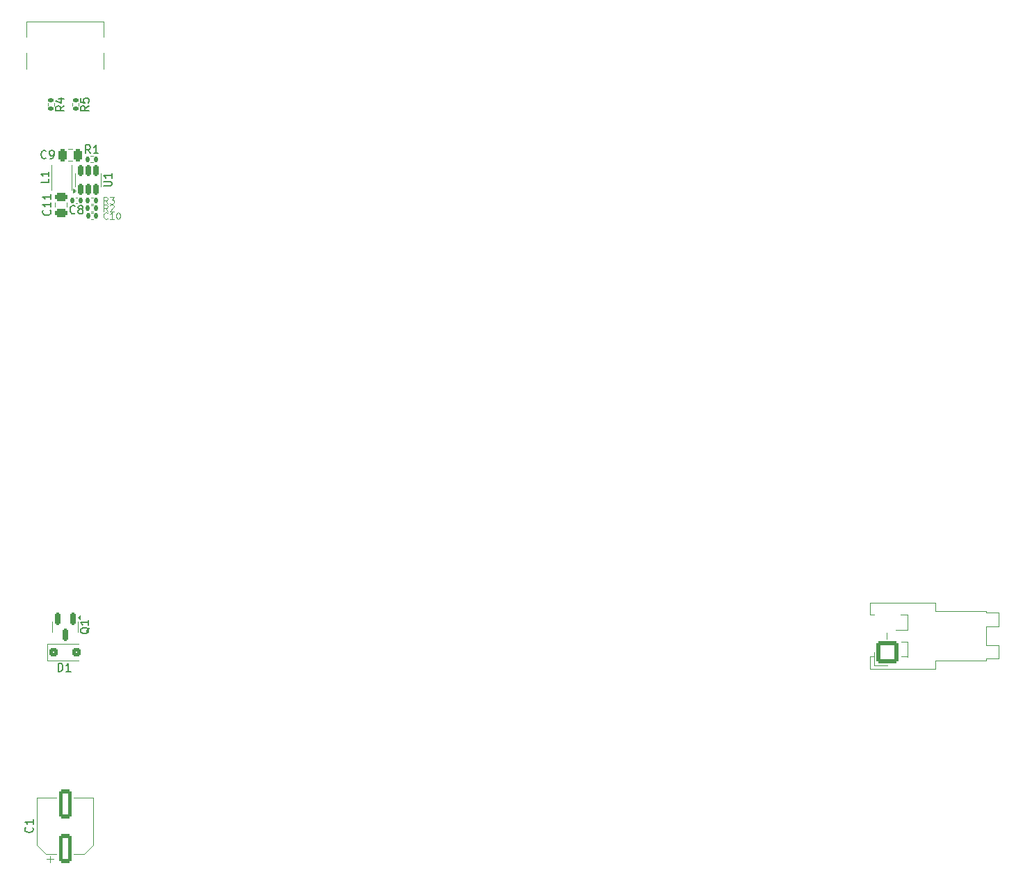
<source format=gto>
%TF.GenerationSoftware,KiCad,Pcbnew,8.0.3*%
%TF.CreationDate,2024-07-13T17:18:50+02:00*%
%TF.ProjectId,faderboard,66616465-7262-46f6-9172-642e6b696361,rev?*%
%TF.SameCoordinates,Original*%
%TF.FileFunction,Legend,Top*%
%TF.FilePolarity,Positive*%
%FSLAX46Y46*%
G04 Gerber Fmt 4.6, Leading zero omitted, Abs format (unit mm)*
G04 Created by KiCad (PCBNEW 8.0.3) date 2024-07-13 17:18:50*
%MOMM*%
%LPD*%
G01*
G04 APERTURE LIST*
G04 Aperture macros list*
%AMRoundRect*
0 Rectangle with rounded corners*
0 $1 Rounding radius*
0 $2 $3 $4 $5 $6 $7 $8 $9 X,Y pos of 4 corners*
0 Add a 4 corners polygon primitive as box body*
4,1,4,$2,$3,$4,$5,$6,$7,$8,$9,$2,$3,0*
0 Add four circle primitives for the rounded corners*
1,1,$1+$1,$2,$3*
1,1,$1+$1,$4,$5*
1,1,$1+$1,$6,$7*
1,1,$1+$1,$8,$9*
0 Add four rect primitives between the rounded corners*
20,1,$1+$1,$2,$3,$4,$5,0*
20,1,$1+$1,$4,$5,$6,$7,0*
20,1,$1+$1,$6,$7,$8,$9,0*
20,1,$1+$1,$8,$9,$2,$3,0*%
G04 Aperture macros list end*
%ADD10C,0.150000*%
%ADD11C,0.120000*%
%ADD12RoundRect,0.150000X-0.150000X0.587500X-0.150000X-0.587500X0.150000X-0.587500X0.150000X0.587500X0*%
%ADD13RoundRect,0.250000X0.550000X-1.500000X0.550000X1.500000X-0.550000X1.500000X-0.550000X-1.500000X0*%
%ADD14C,2.300000*%
%ADD15C,2.800000*%
%ADD16RoundRect,0.250000X0.250000X0.475000X-0.250000X0.475000X-0.250000X-0.475000X0.250000X-0.475000X0*%
%ADD17R,2.000000X0.850000*%
%ADD18RoundRect,0.150000X0.150000X-0.512500X0.150000X0.512500X-0.150000X0.512500X-0.150000X-0.512500X0*%
%ADD19RoundRect,0.140000X-0.140000X-0.170000X0.140000X-0.170000X0.140000X0.170000X-0.140000X0.170000X0*%
%ADD20RoundRect,0.140000X0.140000X0.170000X-0.140000X0.170000X-0.140000X-0.170000X0.140000X-0.170000X0*%
%ADD21RoundRect,0.250000X-0.475000X0.250000X-0.475000X-0.250000X0.475000X-0.250000X0.475000X0.250000X0*%
%ADD22C,6.200000*%
%ADD23RoundRect,0.135000X0.135000X0.185000X-0.135000X0.185000X-0.135000X-0.185000X0.135000X-0.185000X0*%
%ADD24RoundRect,0.135000X-0.135000X-0.185000X0.135000X-0.185000X0.135000X0.185000X-0.135000X0.185000X0*%
%ADD25RoundRect,0.135000X-0.185000X0.135000X-0.185000X-0.135000X0.185000X-0.135000X0.185000X0.135000X0*%
%ADD26C,0.650000*%
%ADD27R,0.600000X1.450000*%
%ADD28R,0.300000X1.450000*%
%ADD29O,1.000000X2.100000*%
%ADD30O,1.000000X1.600000*%
%ADD31RoundRect,0.250001X1.099999X-1.099999X1.099999X1.099999X-1.099999X1.099999X-1.099999X-1.099999X0*%
%ADD32C,2.700000*%
%ADD33RoundRect,0.250000X-0.300000X-0.300000X0.300000X-0.300000X0.300000X0.300000X-0.300000X0.300000X0*%
G04 APERTURE END LIST*
D10*
X150450057Y-97655238D02*
X150402438Y-97750476D01*
X150402438Y-97750476D02*
X150307200Y-97845714D01*
X150307200Y-97845714D02*
X150164342Y-97988571D01*
X150164342Y-97988571D02*
X150116723Y-98083809D01*
X150116723Y-98083809D02*
X150116723Y-98179047D01*
X150354819Y-98131428D02*
X150307200Y-98226666D01*
X150307200Y-98226666D02*
X150211961Y-98321904D01*
X150211961Y-98321904D02*
X150021485Y-98369523D01*
X150021485Y-98369523D02*
X149688152Y-98369523D01*
X149688152Y-98369523D02*
X149497676Y-98321904D01*
X149497676Y-98321904D02*
X149402438Y-98226666D01*
X149402438Y-98226666D02*
X149354819Y-98131428D01*
X149354819Y-98131428D02*
X149354819Y-97940952D01*
X149354819Y-97940952D02*
X149402438Y-97845714D01*
X149402438Y-97845714D02*
X149497676Y-97750476D01*
X149497676Y-97750476D02*
X149688152Y-97702857D01*
X149688152Y-97702857D02*
X150021485Y-97702857D01*
X150021485Y-97702857D02*
X150211961Y-97750476D01*
X150211961Y-97750476D02*
X150307200Y-97845714D01*
X150307200Y-97845714D02*
X150354819Y-97940952D01*
X150354819Y-97940952D02*
X150354819Y-98131428D01*
X150354819Y-96750476D02*
X150354819Y-97321904D01*
X150354819Y-97036190D02*
X149354819Y-97036190D01*
X149354819Y-97036190D02*
X149497676Y-97131428D01*
X149497676Y-97131428D02*
X149592914Y-97226666D01*
X149592914Y-97226666D02*
X149640533Y-97321904D01*
X143509580Y-121956666D02*
X143557200Y-122004285D01*
X143557200Y-122004285D02*
X143604819Y-122147142D01*
X143604819Y-122147142D02*
X143604819Y-122242380D01*
X143604819Y-122242380D02*
X143557200Y-122385237D01*
X143557200Y-122385237D02*
X143461961Y-122480475D01*
X143461961Y-122480475D02*
X143366723Y-122528094D01*
X143366723Y-122528094D02*
X143176247Y-122575713D01*
X143176247Y-122575713D02*
X143033390Y-122575713D01*
X143033390Y-122575713D02*
X142842914Y-122528094D01*
X142842914Y-122528094D02*
X142747676Y-122480475D01*
X142747676Y-122480475D02*
X142652438Y-122385237D01*
X142652438Y-122385237D02*
X142604819Y-122242380D01*
X142604819Y-122242380D02*
X142604819Y-122147142D01*
X142604819Y-122147142D02*
X142652438Y-122004285D01*
X142652438Y-122004285D02*
X142700057Y-121956666D01*
X143604819Y-121004285D02*
X143604819Y-121575713D01*
X143604819Y-121289999D02*
X142604819Y-121289999D01*
X142604819Y-121289999D02*
X142747676Y-121385237D01*
X142747676Y-121385237D02*
X142842914Y-121480475D01*
X142842914Y-121480475D02*
X142890533Y-121575713D01*
X145188458Y-40534580D02*
X145140839Y-40582200D01*
X145140839Y-40582200D02*
X144997982Y-40629819D01*
X144997982Y-40629819D02*
X144902744Y-40629819D01*
X144902744Y-40629819D02*
X144759887Y-40582200D01*
X144759887Y-40582200D02*
X144664649Y-40486961D01*
X144664649Y-40486961D02*
X144617030Y-40391723D01*
X144617030Y-40391723D02*
X144569411Y-40201247D01*
X144569411Y-40201247D02*
X144569411Y-40058390D01*
X144569411Y-40058390D02*
X144617030Y-39867914D01*
X144617030Y-39867914D02*
X144664649Y-39772676D01*
X144664649Y-39772676D02*
X144759887Y-39677438D01*
X144759887Y-39677438D02*
X144902744Y-39629819D01*
X144902744Y-39629819D02*
X144997982Y-39629819D01*
X144997982Y-39629819D02*
X145140839Y-39677438D01*
X145140839Y-39677438D02*
X145188458Y-39725057D01*
X145664649Y-40629819D02*
X145855125Y-40629819D01*
X145855125Y-40629819D02*
X145950363Y-40582200D01*
X145950363Y-40582200D02*
X145997982Y-40534580D01*
X145997982Y-40534580D02*
X146093220Y-40391723D01*
X146093220Y-40391723D02*
X146140839Y-40201247D01*
X146140839Y-40201247D02*
X146140839Y-39820295D01*
X146140839Y-39820295D02*
X146093220Y-39725057D01*
X146093220Y-39725057D02*
X146045601Y-39677438D01*
X146045601Y-39677438D02*
X145950363Y-39629819D01*
X145950363Y-39629819D02*
X145759887Y-39629819D01*
X145759887Y-39629819D02*
X145664649Y-39677438D01*
X145664649Y-39677438D02*
X145617030Y-39725057D01*
X145617030Y-39725057D02*
X145569411Y-39820295D01*
X145569411Y-39820295D02*
X145569411Y-40058390D01*
X145569411Y-40058390D02*
X145617030Y-40153628D01*
X145617030Y-40153628D02*
X145664649Y-40201247D01*
X145664649Y-40201247D02*
X145759887Y-40248866D01*
X145759887Y-40248866D02*
X145950363Y-40248866D01*
X145950363Y-40248866D02*
X146045601Y-40201247D01*
X146045601Y-40201247D02*
X146093220Y-40153628D01*
X146093220Y-40153628D02*
X146140839Y-40058390D01*
X145519819Y-43059166D02*
X145519819Y-43535356D01*
X145519819Y-43535356D02*
X144519819Y-43535356D01*
X145519819Y-42202023D02*
X145519819Y-42773451D01*
X145519819Y-42487737D02*
X144519819Y-42487737D01*
X144519819Y-42487737D02*
X144662676Y-42582975D01*
X144662676Y-42582975D02*
X144757914Y-42678213D01*
X144757914Y-42678213D02*
X144805533Y-42773451D01*
X152154819Y-43966904D02*
X152964342Y-43966904D01*
X152964342Y-43966904D02*
X153059580Y-43919285D01*
X153059580Y-43919285D02*
X153107200Y-43871666D01*
X153107200Y-43871666D02*
X153154819Y-43776428D01*
X153154819Y-43776428D02*
X153154819Y-43585952D01*
X153154819Y-43585952D02*
X153107200Y-43490714D01*
X153107200Y-43490714D02*
X153059580Y-43443095D01*
X153059580Y-43443095D02*
X152964342Y-43395476D01*
X152964342Y-43395476D02*
X152154819Y-43395476D01*
X153154819Y-42395476D02*
X153154819Y-42966904D01*
X153154819Y-42681190D02*
X152154819Y-42681190D01*
X152154819Y-42681190D02*
X152297676Y-42776428D01*
X152297676Y-42776428D02*
X152392914Y-42871666D01*
X152392914Y-42871666D02*
X152440533Y-42966904D01*
D11*
X152661566Y-47882664D02*
X152623470Y-47920760D01*
X152623470Y-47920760D02*
X152509185Y-47958855D01*
X152509185Y-47958855D02*
X152432994Y-47958855D01*
X152432994Y-47958855D02*
X152318708Y-47920760D01*
X152318708Y-47920760D02*
X152242518Y-47844569D01*
X152242518Y-47844569D02*
X152204423Y-47768379D01*
X152204423Y-47768379D02*
X152166327Y-47615998D01*
X152166327Y-47615998D02*
X152166327Y-47501712D01*
X152166327Y-47501712D02*
X152204423Y-47349331D01*
X152204423Y-47349331D02*
X152242518Y-47273140D01*
X152242518Y-47273140D02*
X152318708Y-47196950D01*
X152318708Y-47196950D02*
X152432994Y-47158855D01*
X152432994Y-47158855D02*
X152509185Y-47158855D01*
X152509185Y-47158855D02*
X152623470Y-47196950D01*
X152623470Y-47196950D02*
X152661566Y-47235045D01*
X153423470Y-47958855D02*
X152966327Y-47958855D01*
X153194899Y-47958855D02*
X153194899Y-47158855D01*
X153194899Y-47158855D02*
X153118708Y-47273140D01*
X153118708Y-47273140D02*
X153042518Y-47349331D01*
X153042518Y-47349331D02*
X152966327Y-47387426D01*
X153918709Y-47158855D02*
X153994899Y-47158855D01*
X153994899Y-47158855D02*
X154071090Y-47196950D01*
X154071090Y-47196950D02*
X154109185Y-47235045D01*
X154109185Y-47235045D02*
X154147280Y-47311236D01*
X154147280Y-47311236D02*
X154185375Y-47463617D01*
X154185375Y-47463617D02*
X154185375Y-47654093D01*
X154185375Y-47654093D02*
X154147280Y-47806474D01*
X154147280Y-47806474D02*
X154109185Y-47882664D01*
X154109185Y-47882664D02*
X154071090Y-47920760D01*
X154071090Y-47920760D02*
X153994899Y-47958855D01*
X153994899Y-47958855D02*
X153918709Y-47958855D01*
X153918709Y-47958855D02*
X153842518Y-47920760D01*
X153842518Y-47920760D02*
X153804423Y-47882664D01*
X153804423Y-47882664D02*
X153766328Y-47806474D01*
X153766328Y-47806474D02*
X153728232Y-47654093D01*
X153728232Y-47654093D02*
X153728232Y-47463617D01*
X153728232Y-47463617D02*
X153766328Y-47311236D01*
X153766328Y-47311236D02*
X153804423Y-47235045D01*
X153804423Y-47235045D02*
X153842518Y-47196950D01*
X153842518Y-47196950D02*
X153918709Y-47158855D01*
D10*
X148703333Y-47234580D02*
X148655714Y-47282200D01*
X148655714Y-47282200D02*
X148512857Y-47329819D01*
X148512857Y-47329819D02*
X148417619Y-47329819D01*
X148417619Y-47329819D02*
X148274762Y-47282200D01*
X148274762Y-47282200D02*
X148179524Y-47186961D01*
X148179524Y-47186961D02*
X148131905Y-47091723D01*
X148131905Y-47091723D02*
X148084286Y-46901247D01*
X148084286Y-46901247D02*
X148084286Y-46758390D01*
X148084286Y-46758390D02*
X148131905Y-46567914D01*
X148131905Y-46567914D02*
X148179524Y-46472676D01*
X148179524Y-46472676D02*
X148274762Y-46377438D01*
X148274762Y-46377438D02*
X148417619Y-46329819D01*
X148417619Y-46329819D02*
X148512857Y-46329819D01*
X148512857Y-46329819D02*
X148655714Y-46377438D01*
X148655714Y-46377438D02*
X148703333Y-46425057D01*
X149274762Y-46758390D02*
X149179524Y-46710771D01*
X149179524Y-46710771D02*
X149131905Y-46663152D01*
X149131905Y-46663152D02*
X149084286Y-46567914D01*
X149084286Y-46567914D02*
X149084286Y-46520295D01*
X149084286Y-46520295D02*
X149131905Y-46425057D01*
X149131905Y-46425057D02*
X149179524Y-46377438D01*
X149179524Y-46377438D02*
X149274762Y-46329819D01*
X149274762Y-46329819D02*
X149465238Y-46329819D01*
X149465238Y-46329819D02*
X149560476Y-46377438D01*
X149560476Y-46377438D02*
X149608095Y-46425057D01*
X149608095Y-46425057D02*
X149655714Y-46520295D01*
X149655714Y-46520295D02*
X149655714Y-46567914D01*
X149655714Y-46567914D02*
X149608095Y-46663152D01*
X149608095Y-46663152D02*
X149560476Y-46710771D01*
X149560476Y-46710771D02*
X149465238Y-46758390D01*
X149465238Y-46758390D02*
X149274762Y-46758390D01*
X149274762Y-46758390D02*
X149179524Y-46806009D01*
X149179524Y-46806009D02*
X149131905Y-46853628D01*
X149131905Y-46853628D02*
X149084286Y-46948866D01*
X149084286Y-46948866D02*
X149084286Y-47139342D01*
X149084286Y-47139342D02*
X149131905Y-47234580D01*
X149131905Y-47234580D02*
X149179524Y-47282200D01*
X149179524Y-47282200D02*
X149274762Y-47329819D01*
X149274762Y-47329819D02*
X149465238Y-47329819D01*
X149465238Y-47329819D02*
X149560476Y-47282200D01*
X149560476Y-47282200D02*
X149608095Y-47234580D01*
X149608095Y-47234580D02*
X149655714Y-47139342D01*
X149655714Y-47139342D02*
X149655714Y-46948866D01*
X149655714Y-46948866D02*
X149608095Y-46853628D01*
X149608095Y-46853628D02*
X149560476Y-46806009D01*
X149560476Y-46806009D02*
X149465238Y-46758390D01*
X145659580Y-46885357D02*
X145707200Y-46932976D01*
X145707200Y-46932976D02*
X145754819Y-47075833D01*
X145754819Y-47075833D02*
X145754819Y-47171071D01*
X145754819Y-47171071D02*
X145707200Y-47313928D01*
X145707200Y-47313928D02*
X145611961Y-47409166D01*
X145611961Y-47409166D02*
X145516723Y-47456785D01*
X145516723Y-47456785D02*
X145326247Y-47504404D01*
X145326247Y-47504404D02*
X145183390Y-47504404D01*
X145183390Y-47504404D02*
X144992914Y-47456785D01*
X144992914Y-47456785D02*
X144897676Y-47409166D01*
X144897676Y-47409166D02*
X144802438Y-47313928D01*
X144802438Y-47313928D02*
X144754819Y-47171071D01*
X144754819Y-47171071D02*
X144754819Y-47075833D01*
X144754819Y-47075833D02*
X144802438Y-46932976D01*
X144802438Y-46932976D02*
X144850057Y-46885357D01*
X145754819Y-45932976D02*
X145754819Y-46504404D01*
X145754819Y-46218690D02*
X144754819Y-46218690D01*
X144754819Y-46218690D02*
X144897676Y-46313928D01*
X144897676Y-46313928D02*
X144992914Y-46409166D01*
X144992914Y-46409166D02*
X145040533Y-46504404D01*
X145754819Y-44980595D02*
X145754819Y-45552023D01*
X145754819Y-45266309D02*
X144754819Y-45266309D01*
X144754819Y-45266309D02*
X144897676Y-45361547D01*
X144897676Y-45361547D02*
X144992914Y-45456785D01*
X144992914Y-45456785D02*
X145040533Y-45552023D01*
D11*
X152671566Y-46088855D02*
X152404899Y-45707902D01*
X152214423Y-46088855D02*
X152214423Y-45288855D01*
X152214423Y-45288855D02*
X152519185Y-45288855D01*
X152519185Y-45288855D02*
X152595375Y-45326950D01*
X152595375Y-45326950D02*
X152633470Y-45365045D01*
X152633470Y-45365045D02*
X152671566Y-45441236D01*
X152671566Y-45441236D02*
X152671566Y-45555521D01*
X152671566Y-45555521D02*
X152633470Y-45631712D01*
X152633470Y-45631712D02*
X152595375Y-45669807D01*
X152595375Y-45669807D02*
X152519185Y-45707902D01*
X152519185Y-45707902D02*
X152214423Y-45707902D01*
X152938232Y-45288855D02*
X153433470Y-45288855D01*
X153433470Y-45288855D02*
X153166804Y-45593617D01*
X153166804Y-45593617D02*
X153281089Y-45593617D01*
X153281089Y-45593617D02*
X153357280Y-45631712D01*
X153357280Y-45631712D02*
X153395375Y-45669807D01*
X153395375Y-45669807D02*
X153433470Y-45745998D01*
X153433470Y-45745998D02*
X153433470Y-45936474D01*
X153433470Y-45936474D02*
X153395375Y-46012664D01*
X153395375Y-46012664D02*
X153357280Y-46050760D01*
X153357280Y-46050760D02*
X153281089Y-46088855D01*
X153281089Y-46088855D02*
X153052518Y-46088855D01*
X153052518Y-46088855D02*
X152976327Y-46050760D01*
X152976327Y-46050760D02*
X152938232Y-46012664D01*
D10*
X150573333Y-39969819D02*
X150240000Y-39493628D01*
X150001905Y-39969819D02*
X150001905Y-38969819D01*
X150001905Y-38969819D02*
X150382857Y-38969819D01*
X150382857Y-38969819D02*
X150478095Y-39017438D01*
X150478095Y-39017438D02*
X150525714Y-39065057D01*
X150525714Y-39065057D02*
X150573333Y-39160295D01*
X150573333Y-39160295D02*
X150573333Y-39303152D01*
X150573333Y-39303152D02*
X150525714Y-39398390D01*
X150525714Y-39398390D02*
X150478095Y-39446009D01*
X150478095Y-39446009D02*
X150382857Y-39493628D01*
X150382857Y-39493628D02*
X150001905Y-39493628D01*
X151525714Y-39969819D02*
X150954286Y-39969819D01*
X151240000Y-39969819D02*
X151240000Y-38969819D01*
X151240000Y-38969819D02*
X151144762Y-39112676D01*
X151144762Y-39112676D02*
X151049524Y-39207914D01*
X151049524Y-39207914D02*
X150954286Y-39255533D01*
X150374819Y-34206666D02*
X149898628Y-34539999D01*
X150374819Y-34778094D02*
X149374819Y-34778094D01*
X149374819Y-34778094D02*
X149374819Y-34397142D01*
X149374819Y-34397142D02*
X149422438Y-34301904D01*
X149422438Y-34301904D02*
X149470057Y-34254285D01*
X149470057Y-34254285D02*
X149565295Y-34206666D01*
X149565295Y-34206666D02*
X149708152Y-34206666D01*
X149708152Y-34206666D02*
X149803390Y-34254285D01*
X149803390Y-34254285D02*
X149851009Y-34301904D01*
X149851009Y-34301904D02*
X149898628Y-34397142D01*
X149898628Y-34397142D02*
X149898628Y-34778094D01*
X149374819Y-33301904D02*
X149374819Y-33778094D01*
X149374819Y-33778094D02*
X149851009Y-33825713D01*
X149851009Y-33825713D02*
X149803390Y-33778094D01*
X149803390Y-33778094D02*
X149755771Y-33682856D01*
X149755771Y-33682856D02*
X149755771Y-33444761D01*
X149755771Y-33444761D02*
X149803390Y-33349523D01*
X149803390Y-33349523D02*
X149851009Y-33301904D01*
X149851009Y-33301904D02*
X149946247Y-33254285D01*
X149946247Y-33254285D02*
X150184342Y-33254285D01*
X150184342Y-33254285D02*
X150279580Y-33301904D01*
X150279580Y-33301904D02*
X150327200Y-33349523D01*
X150327200Y-33349523D02*
X150374819Y-33444761D01*
X150374819Y-33444761D02*
X150374819Y-33682856D01*
X150374819Y-33682856D02*
X150327200Y-33778094D01*
X150327200Y-33778094D02*
X150279580Y-33825713D01*
D11*
X152671566Y-47028855D02*
X152404899Y-46647902D01*
X152214423Y-47028855D02*
X152214423Y-46228855D01*
X152214423Y-46228855D02*
X152519185Y-46228855D01*
X152519185Y-46228855D02*
X152595375Y-46266950D01*
X152595375Y-46266950D02*
X152633470Y-46305045D01*
X152633470Y-46305045D02*
X152671566Y-46381236D01*
X152671566Y-46381236D02*
X152671566Y-46495521D01*
X152671566Y-46495521D02*
X152633470Y-46571712D01*
X152633470Y-46571712D02*
X152595375Y-46609807D01*
X152595375Y-46609807D02*
X152519185Y-46647902D01*
X152519185Y-46647902D02*
X152214423Y-46647902D01*
X152976327Y-46305045D02*
X153014423Y-46266950D01*
X153014423Y-46266950D02*
X153090613Y-46228855D01*
X153090613Y-46228855D02*
X153281089Y-46228855D01*
X153281089Y-46228855D02*
X153357280Y-46266950D01*
X153357280Y-46266950D02*
X153395375Y-46305045D01*
X153395375Y-46305045D02*
X153433470Y-46381236D01*
X153433470Y-46381236D02*
X153433470Y-46457426D01*
X153433470Y-46457426D02*
X153395375Y-46571712D01*
X153395375Y-46571712D02*
X152938232Y-47028855D01*
X152938232Y-47028855D02*
X153433470Y-47028855D01*
D10*
X146634905Y-102989819D02*
X146634905Y-101989819D01*
X146634905Y-101989819D02*
X146873000Y-101989819D01*
X146873000Y-101989819D02*
X147015857Y-102037438D01*
X147015857Y-102037438D02*
X147111095Y-102132676D01*
X147111095Y-102132676D02*
X147158714Y-102227914D01*
X147158714Y-102227914D02*
X147206333Y-102418390D01*
X147206333Y-102418390D02*
X147206333Y-102561247D01*
X147206333Y-102561247D02*
X147158714Y-102751723D01*
X147158714Y-102751723D02*
X147111095Y-102846961D01*
X147111095Y-102846961D02*
X147015857Y-102942200D01*
X147015857Y-102942200D02*
X146873000Y-102989819D01*
X146873000Y-102989819D02*
X146634905Y-102989819D01*
X148158714Y-102989819D02*
X147587286Y-102989819D01*
X147873000Y-102989819D02*
X147873000Y-101989819D01*
X147873000Y-101989819D02*
X147777762Y-102132676D01*
X147777762Y-102132676D02*
X147682524Y-102227914D01*
X147682524Y-102227914D02*
X147587286Y-102275533D01*
X147374819Y-34206666D02*
X146898628Y-34539999D01*
X147374819Y-34778094D02*
X146374819Y-34778094D01*
X146374819Y-34778094D02*
X146374819Y-34397142D01*
X146374819Y-34397142D02*
X146422438Y-34301904D01*
X146422438Y-34301904D02*
X146470057Y-34254285D01*
X146470057Y-34254285D02*
X146565295Y-34206666D01*
X146565295Y-34206666D02*
X146708152Y-34206666D01*
X146708152Y-34206666D02*
X146803390Y-34254285D01*
X146803390Y-34254285D02*
X146851009Y-34301904D01*
X146851009Y-34301904D02*
X146898628Y-34397142D01*
X146898628Y-34397142D02*
X146898628Y-34778094D01*
X146708152Y-33349523D02*
X147374819Y-33349523D01*
X146327200Y-33587618D02*
X147041485Y-33825713D01*
X147041485Y-33825713D02*
X147041485Y-33206666D01*
D11*
%TO.C,Q1*%
X145940000Y-97560000D02*
X145940000Y-96910000D01*
X145940000Y-97560000D02*
X145940000Y-98210000D01*
X149060000Y-97560000D02*
X149060000Y-96910000D01*
X149060000Y-97560000D02*
X149060000Y-98210000D01*
X149340000Y-96637500D02*
X149010000Y-96397500D01*
X149340000Y-96157500D01*
X149340000Y-96637500D01*
G36*
X149340000Y-96637500D02*
G01*
X149010000Y-96397500D01*
X149340000Y-96157500D01*
X149340000Y-96637500D01*
G37*
%TO.C,C1*%
X144090000Y-118380000D02*
X144090000Y-124135563D01*
X144090000Y-124135563D02*
X145154437Y-125200000D01*
X145652500Y-125440000D02*
X145652500Y-126227500D01*
X146046250Y-125833750D02*
X145258750Y-125833750D01*
X146440000Y-118380000D02*
X144090000Y-118380000D01*
X146440000Y-125200000D02*
X145154437Y-125200000D01*
X148560000Y-118380000D02*
X150910000Y-118380000D01*
X148560000Y-125200000D02*
X149845563Y-125200000D01*
X150910000Y-118380000D02*
X150910000Y-124135563D01*
X150910000Y-124135563D02*
X149845563Y-125200000D01*
%TO.C,C9*%
X148371252Y-39440000D02*
X147848748Y-39440000D01*
X148371252Y-40910000D02*
X147848748Y-40910000D01*
%TO.C,L1*%
X145805000Y-41382500D02*
X145805000Y-44402500D01*
X148325000Y-41382500D02*
X148325000Y-44402500D01*
%TO.C,U1*%
X148740000Y-43205000D02*
X148740000Y-42405000D01*
X148740000Y-43205000D02*
X148740000Y-44005000D01*
X151860000Y-43205000D02*
X151860000Y-42405000D01*
X151860000Y-43205000D02*
X151860000Y-44005000D01*
X148790000Y-44505000D02*
X148460000Y-44745000D01*
X148460000Y-44265000D01*
X148790000Y-44505000D01*
G36*
X148790000Y-44505000D02*
G01*
X148460000Y-44745000D01*
X148460000Y-44265000D01*
X148790000Y-44505000D01*
G37*
%TO.C,C10*%
X150667164Y-47235000D02*
X150882836Y-47235000D01*
X150667164Y-47955000D02*
X150882836Y-47955000D01*
%TO.C,C8*%
X148977836Y-45355000D02*
X148762164Y-45355000D01*
X148977836Y-46075000D02*
X148762164Y-46075000D01*
%TO.C,C11*%
X146245000Y-45981248D02*
X146245000Y-46503752D01*
X147715000Y-45981248D02*
X147715000Y-46503752D01*
%TO.C,R3*%
X150928641Y-45345000D02*
X150621359Y-45345000D01*
X150928641Y-46105000D02*
X150621359Y-46105000D01*
%TO.C,R1*%
X150586359Y-40305000D02*
X150893641Y-40305000D01*
X150586359Y-41065000D02*
X150893641Y-41065000D01*
%TO.C,R5*%
X148370000Y-33886359D02*
X148370000Y-34193641D01*
X149130000Y-33886359D02*
X149130000Y-34193641D01*
%TO.C,J1*%
X142800000Y-25840000D02*
X142800000Y-23940000D01*
X142800000Y-29740000D02*
X142800000Y-27740000D01*
X152200000Y-23940000D02*
X142800000Y-23940000D01*
X152200000Y-25840000D02*
X152200000Y-23940000D01*
X152200000Y-29740000D02*
X152200000Y-27740000D01*
%TO.C,J3*%
X245515000Y-94610000D02*
X253435000Y-94610000D01*
X245515000Y-96100000D02*
X245515000Y-94610000D01*
X245515000Y-101200000D02*
X246015000Y-101200000D01*
X245515000Y-102690000D02*
X245515000Y-101200000D01*
X246015000Y-100630000D02*
X246015000Y-102240000D01*
X246015000Y-102240000D02*
X247625000Y-102240000D01*
X246025000Y-96100000D02*
X245515000Y-96100000D01*
X247515000Y-99020000D02*
X247515000Y-98280000D01*
X248625000Y-97930000D02*
X250015000Y-97930000D01*
X249325000Y-101200000D02*
X250015000Y-101200000D01*
X250015000Y-96100000D02*
X249225000Y-96100000D01*
X250015000Y-97930000D02*
X250015000Y-96090000D01*
X250015000Y-99370000D02*
X249325000Y-99370000D01*
X250015000Y-101210000D02*
X250015000Y-99370000D01*
X253435000Y-94610000D02*
X253435000Y-95660000D01*
X253435000Y-101640000D02*
X253435000Y-102690000D01*
X253435000Y-101640000D02*
X259635000Y-101640000D01*
X253435000Y-102690000D02*
X245515000Y-102690000D01*
X259635000Y-95660000D02*
X253435000Y-95660000D01*
X259635000Y-95850000D02*
X259635000Y-95660000D01*
X259635000Y-97490000D02*
X261135000Y-97490000D01*
X259635000Y-99810000D02*
X259635000Y-97490000D01*
X259635000Y-101450000D02*
X261135000Y-101450000D01*
X259635000Y-101640000D02*
X259635000Y-101450000D01*
X261135000Y-95850000D02*
X259635000Y-95850000D01*
X261135000Y-97490000D02*
X261135000Y-95850000D01*
X261135000Y-99810000D02*
X259635000Y-99810000D01*
X261135000Y-101450000D02*
X261135000Y-99810000D01*
%TO.C,R2*%
X150621359Y-46285000D02*
X150928641Y-46285000D01*
X150621359Y-47045000D02*
X150928641Y-47045000D01*
%TO.C,D1*%
X145290000Y-99630000D02*
X145290000Y-101630000D01*
X145290000Y-99630000D02*
X149150000Y-99630000D01*
X145290000Y-101630000D02*
X149150000Y-101630000D01*
%TO.C,R4*%
X145370000Y-33886359D02*
X145370000Y-34193641D01*
X146130000Y-33886359D02*
X146130000Y-34193641D01*
%TD*%
%LPC*%
D12*
%TO.C,Q1*%
X148450000Y-96622500D03*
X146550000Y-96622500D03*
X147500000Y-98497500D03*
%TD*%
D13*
%TO.C,C1*%
X147500000Y-124490000D03*
X147500000Y-119090000D03*
%TD*%
D14*
%TO.C,RV2*%
X78125000Y-35000000D03*
X74375000Y-35000000D03*
X70625000Y-35000000D03*
X66875000Y-35000000D03*
X76500000Y-128200000D03*
X68500000Y-128200000D03*
D15*
X66875000Y-42000000D03*
X72500000Y-40750000D03*
X78125000Y-42000000D03*
%TD*%
D16*
%TO.C,C9*%
X149060000Y-40175000D03*
X147160000Y-40175000D03*
%TD*%
D17*
%TO.C,L1*%
X147065000Y-42067500D03*
X147065000Y-43717500D03*
%TD*%
D18*
%TO.C,U1*%
X149350000Y-44342500D03*
X150300000Y-44342500D03*
X151250000Y-44342500D03*
X151250000Y-42067500D03*
X150300000Y-42067500D03*
X149350000Y-42067500D03*
%TD*%
D14*
%TO.C,RV7*%
X228125000Y-35000000D03*
X224375000Y-35000000D03*
X220625000Y-35000000D03*
X216875000Y-35000000D03*
X226500000Y-128200000D03*
X218500000Y-128200000D03*
D15*
X216875000Y-42000000D03*
X222500000Y-40750000D03*
X228125000Y-42000000D03*
%TD*%
D19*
%TO.C,C10*%
X150295000Y-47595000D03*
X151255000Y-47595000D03*
%TD*%
D20*
%TO.C,C8*%
X149350000Y-45715000D03*
X148390000Y-45715000D03*
%TD*%
D21*
%TO.C,C11*%
X146980000Y-45292500D03*
X146980000Y-47192500D03*
%TD*%
D14*
%TO.C,RV1*%
X48125000Y-35000000D03*
X44375000Y-35000000D03*
X40625000Y-35000000D03*
X36875000Y-35000000D03*
X46500000Y-128200000D03*
X38500000Y-128200000D03*
D15*
X36875000Y-42000000D03*
X42500000Y-40750000D03*
X48125000Y-42000000D03*
%TD*%
D22*
%TO.C,H2*%
X117500000Y-114750000D03*
%TD*%
%TO.C,H3*%
X177500000Y-46250000D03*
%TD*%
D14*
%TO.C,RV8*%
X258125000Y-35000000D03*
X254375000Y-35000000D03*
X250625000Y-35000000D03*
X246875000Y-35000000D03*
X256500000Y-128200000D03*
X248500000Y-128200000D03*
D15*
X246875000Y-42000000D03*
X252500000Y-40750000D03*
X258125000Y-42000000D03*
%TD*%
D23*
%TO.C,R3*%
X151285000Y-45725000D03*
X150265000Y-45725000D03*
%TD*%
D14*
%TO.C,RV5*%
X168125000Y-35000000D03*
X164375000Y-35000000D03*
X160625000Y-35000000D03*
X156875000Y-35000000D03*
X166500000Y-128200000D03*
X158500000Y-128200000D03*
D15*
X156875000Y-42000000D03*
X162500000Y-40750000D03*
X168125000Y-42000000D03*
%TD*%
D24*
%TO.C,R1*%
X150230000Y-40685000D03*
X151250000Y-40685000D03*
%TD*%
D25*
%TO.C,R5*%
X148750000Y-33530000D03*
X148750000Y-34550000D03*
%TD*%
D14*
%TO.C,RV3*%
X108125000Y-35000000D03*
X104375000Y-35000000D03*
X100625000Y-35000000D03*
X96875000Y-35000000D03*
X106500000Y-128200000D03*
X98500000Y-128200000D03*
D15*
X96875000Y-42000000D03*
X102500000Y-40750000D03*
X108125000Y-42000000D03*
%TD*%
D22*
%TO.C,H1*%
X57500000Y-46250000D03*
%TD*%
D26*
%TO.C,J1*%
X150390000Y-30440000D03*
X144610000Y-30440000D03*
D27*
X150750000Y-31885000D03*
X149950000Y-31885000D03*
D28*
X148750000Y-31885000D03*
X147750000Y-31885000D03*
X147250000Y-31885000D03*
X146250000Y-31885000D03*
D27*
X145050000Y-31885000D03*
X144250000Y-31885000D03*
X144250000Y-31885000D03*
X145050000Y-31885000D03*
D28*
X145750000Y-31885000D03*
X146750000Y-31885000D03*
X148250000Y-31885000D03*
X149250000Y-31885000D03*
D27*
X149950000Y-31885000D03*
X150750000Y-31885000D03*
D29*
X151820000Y-30970000D03*
D30*
X151820000Y-26790000D03*
D29*
X143180000Y-30970000D03*
D30*
X143180000Y-26790000D03*
%TD*%
D31*
%TO.C,J3*%
X247625000Y-100630000D03*
D32*
X247625000Y-96670000D03*
%TD*%
D14*
%TO.C,RV4*%
X138125000Y-35000000D03*
X134375000Y-35000000D03*
X130625000Y-35000000D03*
X126875000Y-35000000D03*
X136500000Y-128200000D03*
X128500000Y-128200000D03*
D15*
X126875000Y-42000000D03*
X132500000Y-40750000D03*
X138125000Y-42000000D03*
%TD*%
D24*
%TO.C,R2*%
X150265000Y-46665000D03*
X151285000Y-46665000D03*
%TD*%
D33*
%TO.C,D1*%
X146100000Y-100630000D03*
X148900000Y-100630000D03*
%TD*%
D25*
%TO.C,R4*%
X145750000Y-33530000D03*
X145750000Y-34550000D03*
%TD*%
D14*
%TO.C,RV6*%
X198125000Y-35000000D03*
X194375000Y-35000000D03*
X190625000Y-35000000D03*
X186875000Y-35000000D03*
X196500000Y-128200000D03*
X188500000Y-128200000D03*
D15*
X186875000Y-42000000D03*
X192500000Y-40750000D03*
X198125000Y-42000000D03*
%TD*%
D22*
%TO.C,H4*%
X237500000Y-114750000D03*
%TD*%
%LPD*%
M02*

</source>
